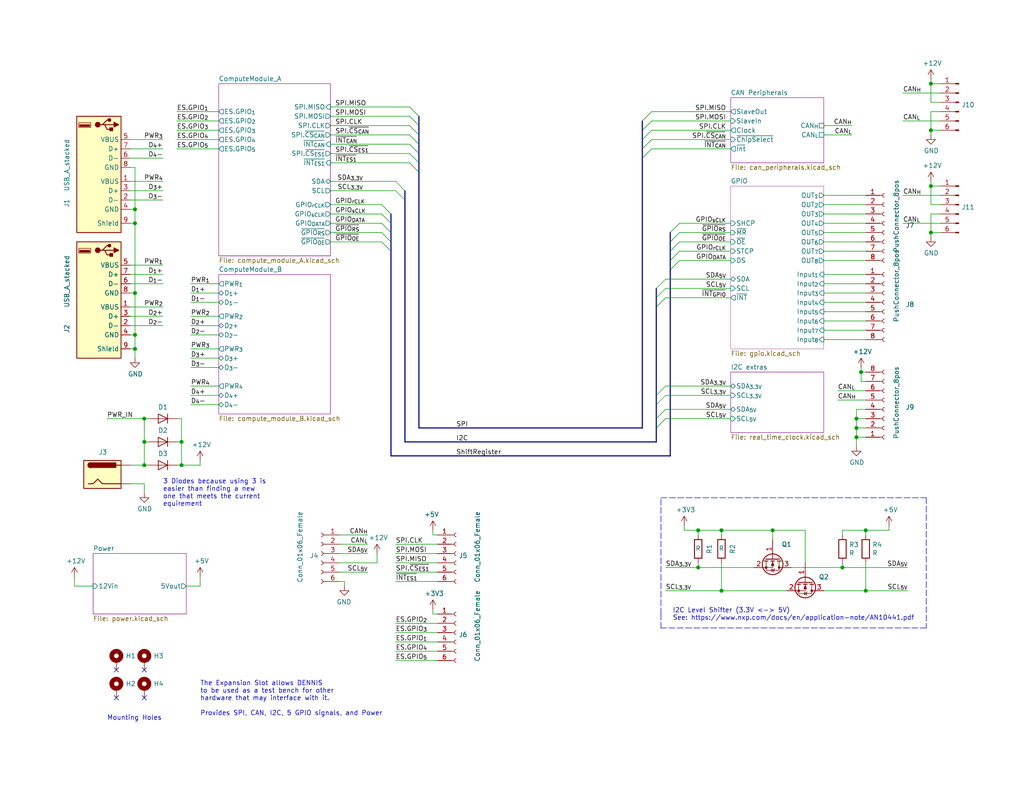
<source format=kicad_sch>
(kicad_sch (version 20201015) (generator eeschema)
  (paper "A")
  (title_block (title "Dennis") (date "2021-02-26") (rev "0.1.2") (company "eCafe Racer"))
  (lib_symbols
    (symbol "Connector:Conn_01x06_Female" (pin_names (offset 1.016) hide)
      (property "Reference" "J" (at 0 7.62 0))
      (property "Value" "Conn_01x06_Female" (at 0 -10.16 0))
      (symbol "Conn_01x06_Female_1_1"
        (pin passive line (at -5.08 5.08 0) (length 3.81) (name "Pin_1") (number "1"))
        (pin passive line (at -5.08 2.54 0) (length 3.81) (name "Pin_2") (number "2"))
        (pin passive line (at -5.08 0 0) (length 3.81) (name "Pin_3") (number "3"))
        (pin passive line (at -5.08 -2.54 0) (length 3.81) (name "Pin_4") (number "4"))
        (pin passive line (at -5.08 -5.08 0) (length 3.81) (name "Pin_5") (number "5"))
        (pin passive line (at -5.08 -7.62 0) (length 3.81) (name "Pin_6") (number "6"))
      )
    )
    (symbol "Connector:Conn_01x06_Male" (pin_names (offset 1.016) hide)
      (property "Reference" "J" (at 0 7.62 0))
      (property "Value" "Conn_01x06_Male" (at 0 -10.16 0))
      (symbol "Conn_01x06_Male_1_1"
        (pin passive line (at 5.08 5.08 180) (length 3.81) (name "Pin_1") (number "1"))
        (pin passive line (at 5.08 2.54 180) (length 3.81) (name "Pin_2") (number "2"))
        (pin passive line (at 5.08 0 180) (length 3.81) (name "Pin_3") (number "3"))
        (pin passive line (at 5.08 -2.54 180) (length 3.81) (name "Pin_4") (number "4"))
        (pin passive line (at 5.08 -5.08 180) (length 3.81) (name "Pin_5") (number "5"))
        (pin passive line (at 5.08 -7.62 180) (length 3.81) (name "Pin_6") (number "6"))
      )
    )
    (symbol "Device:R" (pin_numbers hide) (pin_names (offset 0))
      (property "Reference" "R" (at 2.032 0 90))
      (property "Value" "R" (at 0 0 90))
      (symbol "R_1_1"
        (pin passive line (at 0 3.81 270) (length 1.27) (name "~") (number "1"))
        (pin passive line (at 0 -3.81 90) (length 1.27) (name "~") (number "2"))
      )
    )
    (symbol "Mechanical:MountingHole_Pad" (pin_numbers hide) (pin_names (offset 1.016) hide)
      (property "Reference" "H" (at 0 6.35 0))
      (property "Value" "MountingHole_Pad" (at 0 4.445 0))
      (symbol "MountingHole_Pad_1_1"
        (pin input line (at 0 -2.54 90) (length 2.54) (name "1") (number "1"))
      )
    )
    (symbol "power:+12V" (power) (pin_names (offset 0))
      (property "Value" "+12V" (at 0 3.556 0))
      (symbol "+12V_1_1"
        (pin power_in line (at 0 0 90) (length 0) hide (name "+12V") (number "1"))
      )
    )
    (symbol "power:+3.3V" (power) (pin_names (offset 0))
      (property "Value" "+3.3V" (at 0 3.556 0))
      (symbol "+3.3V_1_1"
        (pin power_in line (at 0 0 90) (length 0) hide (name "+3V3") (number "1"))
      )
    )
    (symbol "power:+5V" (power) (pin_names (offset 0))
      (property "Value" "+5V" (at 0 3.556 0))
      (symbol "+5V_1_1"
        (pin power_in line (at 0 0 90) (length 0) hide (name "+5V") (number "1"))
      )
    )
    (symbol "power:GND" (power) (pin_names (offset 0))
      (property "Value" "GND" (at 0 -3.81 0))
      (symbol "GND_1_1"
        (pin power_in line (at 0 0 270) (length 0) hide (name "GND") (number "1"))
      )
    )
    (symbol "symbols:Barrel_Jack" (pin_numbers hide) (pin_names (offset 1.016) hide)
      (property "Reference" "J" (at 0 5.334 0))
      (property "Value" "Barrel_Jack" (at 0 -5.08 0))
      (symbol "Barrel_Jack_1_1"
        (pin passive line (at 7.62 2.54 180) (length 2.54) (name "~") (number "1"))
        (pin passive line (at 7.62 -2.54 180) (length 2.54) (name "~") (number "2"))
      )
    )
    (symbol "symbols:DMN62D0U-7" (pin_names (offset 1.016) hide)
      (property "Reference" "Q" (at -8.89 17.78 0))
      (property "Value" "DMN62D0U-7" (at -1.27 17.78 0))
      (symbol "DMN62D0U-7_1_1"
        (pin input line (at -7.62 0 0) (length 5.08) (name "G") (number "1"))
        (pin passive line (at 0 -5.08 90) (length 2.54) (name "S") (number "2"))
        (pin passive line (at 0 5.08 270) (length 2.54) (name "D") (number "3"))
      )
    )
    (symbol "symbols:Diode" (pin_numbers hide) (pin_names (offset 0) hide)
      (property "Reference" "D" (at 0 3.81 0))
      (symbol "Diode_1_1"
        (pin passive line (at -3.81 0 0) (length 2.54) (name "K") (number "1"))
        (pin passive line (at 3.81 0 180) (length 2.54) (name "A") (number "2"))
      )
    )
    (symbol "symbols:PushConnector_8pos" (pin_names hide)
      (property "Reference" "J" (at 12.7 13.335 0))
      (property "Value" "PushConnector_8pos" (at -1.27 13.335 0))
      (symbol "PushConnector_8pos_1_1"
        (pin passive line (at -1.27 8.89 0) (length 3.81) (name "Pin_1") (number "1"))
        (pin passive line (at -1.27 6.35 0) (length 3.81) (name "Pin_2") (number "2"))
        (pin passive line (at -1.27 3.81 0) (length 3.81) (name "Pin_3") (number "3"))
        (pin passive line (at -1.27 1.27 0) (length 3.81) (name "Pin_4") (number "4"))
        (pin passive line (at -1.27 -1.27 0) (length 3.81) (name "Pin_5") (number "5"))
        (pin passive line (at -1.27 -3.81 0) (length 3.81) (name "Pin_6") (number "6"))
        (pin passive line (at -1.27 -6.35 0) (length 3.81) (name "Pin_7") (number "7"))
        (pin passive line (at -1.27 -8.89 0) (length 3.81) (name "Pin_8") (number "8"))
      )
    )
    (symbol "symbols:PushConnector_8pos_1" (pin_names hide)
      (property "Reference" "J" (at 12.7 13.335 0))
      (property "Value" "PushConnector_8pos" (at -1.27 13.335 0))
      (symbol "PushConnector_8pos_1_1_1"
        (pin passive line (at -1.27 8.89 0) (length 3.81) (name "Pin_1") (number "1"))
        (pin passive line (at -1.27 6.35 0) (length 3.81) (name "Pin_2") (number "2"))
        (pin passive line (at -1.27 3.81 0) (length 3.81) (name "Pin_3") (number "3"))
        (pin passive line (at -1.27 1.27 0) (length 3.81) (name "Pin_4") (number "4"))
        (pin passive line (at -1.27 -1.27 0) (length 3.81) (name "Pin_5") (number "5"))
        (pin passive line (at -1.27 -3.81 0) (length 3.81) (name "Pin_6") (number "6"))
        (pin passive line (at -1.27 -6.35 0) (length 3.81) (name "Pin_7") (number "7"))
        (pin passive line (at -1.27 -8.89 0) (length 3.81) (name "Pin_8") (number "8"))
      )
    )
    (symbol "symbols:USB_A_stacked"
      (property "Reference" "J" (at -8.89 -11.43 90))
      (property "Value" "USB_A_stacked" (at -8.89 -2.54 90))
      (symbol "USB_A_stacked_1_1"
        (pin power_in line (at 7.62 -2.54 180) (length 2.54) (name "VBUS") (number "1"))
        (pin bidirectional line (at 7.62 -7.62 180) (length 2.54) (name "D-") (number "2"))
        (pin bidirectional line (at 7.62 -5.08 180) (length 2.54) (name "D+") (number "3"))
        (pin power_in line (at 7.62 -10.16 180) (length 2.54) (name "GND") (number "4"))
        (pin passive line (at 7.62 -13.97 180) (length 2.54) (name "Shield") (number "9"))
        (pin power_in line (at 7.62 8.89 180) (length 2.54) (name "VBUS") (number "5"))
        (pin bidirectional line (at 7.62 3.81 180) (length 2.54) (name "D-") (number "6"))
        (pin bidirectional line (at 7.62 6.35 180) (length 2.54) (name "D+") (number "7"))
        (pin power_in line (at 7.62 1.27 180) (length 2.54) (name "GND") (number "8"))
      )
    )
    (symbol "symbols:USB_A_stacked_1"
      (property "Reference" "J" (at -8.89 -11.43 90))
      (property "Value" "USB_A_stacked" (at -8.89 -2.54 90))
      (symbol "USB_A_stacked_1_1_1"
        (pin power_in line (at 7.62 -2.54 180) (length 2.54) (name "VBUS") (number "1"))
        (pin bidirectional line (at 7.62 -7.62 180) (length 2.54) (name "D-") (number "2"))
        (pin bidirectional line (at 7.62 -5.08 180) (length 2.54) (name "D+") (number "3"))
        (pin power_in line (at 7.62 -10.16 180) (length 2.54) (name "GND") (number "4"))
        (pin passive line (at 7.62 -13.97 180) (length 2.54) (name "Shield") (number "9"))
        (pin power_in line (at 7.62 8.89 180) (length 2.54) (name "VBUS") (number "5"))
        (pin bidirectional line (at 7.62 3.81 180) (length 2.54) (name "D-") (number "6"))
        (pin bidirectional line (at 7.62 6.35 180) (length 2.54) (name "D+") (number "7"))
        (pin power_in line (at 7.62 1.27 180) (length 2.54) (name "GND") (number "8"))
      )
    )
  )
  (junction (at 36.83 57.15) (diameter 0.9144))
  (junction (at 36.83 60.96) (diameter 0.9144))
  (junction (at 36.83 80.01) (diameter 0.9144))
  (junction (at 36.83 91.44) (diameter 0.9144))
  (junction (at 36.83 95.25) (diameter 0.9144))
  (junction (at 39.37 114.3) (diameter 0.9144))
  (junction (at 39.37 120.65) (diameter 0.9144))
  (junction (at 39.37 127) (diameter 0.9144))
  (junction (at 49.53 120.65) (diameter 0.9144))
  (junction (at 49.53 127) (diameter 0.9144))
  (junction (at 190.5 144.78) (diameter 0.9144))
  (junction (at 190.5 154.94) (diameter 0.9144))
  (junction (at 196.85 144.78) (diameter 0.9144))
  (junction (at 196.85 161.29) (diameter 0.9144))
  (junction (at 210.82 144.78) (diameter 0.9144))
  (junction (at 229.87 154.94) (diameter 0.9144))
  (junction (at 233.68 114.3) (diameter 0.9144))
  (junction (at 233.68 116.84) (diameter 0.9144))
  (junction (at 233.68 119.38) (diameter 0.914))
  (junction (at 234.95 101.6) (diameter 0.9144))
  (junction (at 236.22 144.78) (diameter 0.9144))
  (junction (at 236.22 161.29) (diameter 0.9144))
  (junction (at 254 22.86) (diameter 0.9144))
  (junction (at 254 35.56) (diameter 0.9144))
  (junction (at 254 50.8) (diameter 0.9144))
  (junction (at 254 63.5) (diameter 0.9144))
  (no_connect (at 39.37 190.5))
  (no_connect (at 39.37 182.88))
  (no_connect (at 31.75 182.88))
  (no_connect (at 31.75 190.5))
  (bus_entry (at 104.14 55.88) (size 2.54 2.54) (stroke (width 0.1524)))
  (bus_entry (at 104.14 58.42) (size 2.54 2.54) (stroke (width 0.1524)))
  (bus_entry (at 104.14 60.96) (size 2.54 2.54) (stroke (width 0.1524)))
  (bus_entry (at 104.14 63.5) (size 2.54 2.54) (stroke (width 0.1524)))
  (bus_entry (at 104.14 66.04) (size 2.54 2.54) (stroke (width 0.1524)))
  (bus_entry (at 107.95 49.53) (size 2.54 2.54) (stroke (width 0.127)))
  (bus_entry (at 107.95 52.07) (size 2.54 2.54) (stroke (width 0.127)))
  (bus_entry (at 111.76 41.91) (size 2.54 2.54) (stroke (width 0.1524)))
  (bus_entry (at 111.76 44.45) (size 2.54 2.54) (stroke (width 0.1524)))
  (bus_entry (at 114.3 31.75) (size -2.54 -2.54) (stroke (width 0.1524)))
  (bus_entry (at 114.3 34.29) (size -2.54 -2.54) (stroke (width 0.1524)))
  (bus_entry (at 114.3 36.83) (size -2.54 -2.54) (stroke (width 0.1524)))
  (bus_entry (at 114.3 39.37) (size -2.54 -2.54) (stroke (width 0.1524)))
  (bus_entry (at 114.3 41.91) (size -2.54 -2.54) (stroke (width 0.1524)))
  (bus_entry (at 175.26 33.02) (size 2.54 -2.54) (stroke (width 0.1524)))
  (bus_entry (at 175.26 35.56) (size 2.54 -2.54) (stroke (width 0.1524)))
  (bus_entry (at 175.26 38.1) (size 2.54 -2.54) (stroke (width 0.1524)))
  (bus_entry (at 175.26 40.64) (size 2.54 -2.54) (stroke (width 0.1524)))
  (bus_entry (at 175.26 43.18) (size 2.54 -2.54) (stroke (width 0.1524)))
  (bus_entry (at 179.07 83.82) (size 2.54 -2.54) (stroke (width 0.1524)))
  (bus_entry (at 179.07 114.3) (size 2.54 -2.54) (stroke (width 0.1524)))
  (bus_entry (at 179.07 116.84) (size 2.54 -2.54) (stroke (width 0.1524)))
  (bus_entry (at 181.61 76.2) (size -2.54 2.54) (stroke (width 0.127)))
  (bus_entry (at 181.61 78.74) (size -2.54 2.54) (stroke (width 0.127)))
  (bus_entry (at 181.61 105.41) (size -2.54 2.54) (stroke (width 0.127)))
  (bus_entry (at 181.61 107.95) (size -2.54 2.54) (stroke (width 0.127)))
  (bus_entry (at 185.42 60.96) (size -2.54 2.54) (stroke (width 0.1524)))
  (bus_entry (at 185.42 63.5) (size -2.54 2.54) (stroke (width 0.1524)))
  (bus_entry (at 185.42 66.04) (size -2.54 2.54) (stroke (width 0.1524)))
  (bus_entry (at 185.42 68.58) (size -2.54 2.54) (stroke (width 0.1524)))
  (bus_entry (at 185.42 71.12) (size -2.54 2.54) (stroke (width 0.1524)))
  (wire (pts (xy 20.32 157.48) (xy 20.32 160.02)))
  (wire (pts (xy 20.32 160.02) (xy 25.4 160.02)))
  (wire (pts (xy 29.21 114.3) (xy 39.37 114.3)))
  (wire (pts (xy 35.56 38.1) (xy 44.45 38.1)))
  (wire (pts (xy 35.56 40.64) (xy 44.45 40.64)))
  (wire (pts (xy 35.56 43.18) (xy 44.45 43.18)))
  (wire (pts (xy 35.56 45.72) (xy 36.83 45.72)))
  (wire (pts (xy 35.56 49.53) (xy 44.45 49.53)))
  (wire (pts (xy 35.56 52.07) (xy 44.45 52.07)))
  (wire (pts (xy 35.56 54.61) (xy 44.45 54.61)))
  (wire (pts (xy 35.56 57.15) (xy 36.83 57.15)))
  (wire (pts (xy 35.56 60.96) (xy 36.83 60.96)))
  (wire (pts (xy 35.56 72.39) (xy 44.45 72.39)))
  (wire (pts (xy 35.56 74.93) (xy 44.45 74.93)))
  (wire (pts (xy 35.56 77.47) (xy 44.45 77.47)))
  (wire (pts (xy 35.56 80.01) (xy 36.83 80.01)))
  (wire (pts (xy 35.56 83.82) (xy 44.45 83.82)))
  (wire (pts (xy 35.56 86.36) (xy 44.45 86.36)))
  (wire (pts (xy 35.56 88.9) (xy 44.45 88.9)))
  (wire (pts (xy 35.56 91.44) (xy 36.83 91.44)))
  (wire (pts (xy 35.56 95.25) (xy 36.83 95.25)))
  (wire (pts (xy 35.56 127) (xy 39.37 127)))
  (wire (pts (xy 35.56 132.08) (xy 39.37 132.08)))
  (wire (pts (xy 36.83 45.72) (xy 36.83 57.15)))
  (wire (pts (xy 36.83 57.15) (xy 36.83 60.96)))
  (wire (pts (xy 36.83 60.96) (xy 36.83 80.01)))
  (wire (pts (xy 36.83 80.01) (xy 36.83 91.44)))
  (wire (pts (xy 36.83 91.44) (xy 36.83 95.25)))
  (wire (pts (xy 36.83 95.25) (xy 36.83 97.79)))
  (wire (pts (xy 39.37 114.3) (xy 40.64 114.3)))
  (wire (pts (xy 39.37 120.65) (xy 39.37 114.3)))
  (wire (pts (xy 39.37 120.65) (xy 40.64 120.65)))
  (wire (pts (xy 39.37 127) (xy 39.37 120.65)))
  (wire (pts (xy 39.37 132.08) (xy 39.37 134.62)))
  (wire (pts (xy 40.64 127) (xy 39.37 127)))
  (wire (pts (xy 48.26 30.48) (xy 59.69 30.48)))
  (wire (pts (xy 48.26 33.02) (xy 59.69 33.02)))
  (wire (pts (xy 48.26 35.56) (xy 59.69 35.56)))
  (wire (pts (xy 48.26 38.1) (xy 59.69 38.1)))
  (wire (pts (xy 48.26 40.64) (xy 59.69 40.64)))
  (wire (pts (xy 48.26 114.3) (xy 49.53 114.3)))
  (wire (pts (xy 48.26 120.65) (xy 49.53 120.65)))
  (wire (pts (xy 48.26 127) (xy 49.53 127)))
  (wire (pts (xy 49.53 114.3) (xy 49.53 120.65)))
  (wire (pts (xy 49.53 120.65) (xy 49.53 127)))
  (wire (pts (xy 49.53 127) (xy 54.61 127)))
  (wire (pts (xy 50.8 160.02) (xy 54.61 160.02)))
  (wire (pts (xy 52.07 107.95) (xy 59.69 107.95)))
  (wire (pts (xy 54.61 125.73) (xy 54.61 127)))
  (wire (pts (xy 54.61 157.48) (xy 54.61 160.02)))
  (wire (pts (xy 59.69 77.47) (xy 52.07 77.47)))
  (wire (pts (xy 59.69 80.01) (xy 52.07 80.01)))
  (wire (pts (xy 59.69 82.55) (xy 52.07 82.55)))
  (wire (pts (xy 59.69 86.36) (xy 52.07 86.36)))
  (wire (pts (xy 59.69 88.9) (xy 52.07 88.9)))
  (wire (pts (xy 59.69 91.44) (xy 52.07 91.44)))
  (wire (pts (xy 59.69 95.25) (xy 52.07 95.25)))
  (wire (pts (xy 59.69 97.79) (xy 52.07 97.79)))
  (wire (pts (xy 59.69 100.33) (xy 52.07 100.33)))
  (wire (pts (xy 59.69 105.41) (xy 52.07 105.41)))
  (wire (pts (xy 59.69 110.49) (xy 52.07 110.49)))
  (wire (pts (xy 90.17 41.91) (xy 111.76 41.91)))
  (wire (pts (xy 90.17 44.45) (xy 111.76 44.45)))
  (wire (pts (xy 90.17 55.88) (xy 104.14 55.88)))
  (wire (pts (xy 90.17 58.42) (xy 104.14 58.42)))
  (wire (pts (xy 90.17 60.96) (xy 104.14 60.96)))
  (wire (pts (xy 90.17 63.5) (xy 104.14 63.5)))
  (wire (pts (xy 90.17 66.04) (xy 104.14 66.04)))
  (wire (pts (xy 92.71 146.05) (xy 100.33 146.05)))
  (wire (pts (xy 92.71 153.67) (xy 102.87 153.67)))
  (wire (pts (xy 93.98 158.75) (xy 92.71 158.75)))
  (wire (pts (xy 93.98 160.02) (xy 93.98 158.75)))
  (wire (pts (xy 100.33 148.59) (xy 92.71 148.59)))
  (wire (pts (xy 100.33 151.13) (xy 92.71 151.13)))
  (wire (pts (xy 100.33 156.21) (xy 92.71 156.21)))
  (wire (pts (xy 102.87 153.67) (xy 102.87 151.13)))
  (wire (pts (xy 107.95 49.53) (xy 90.17 49.53)))
  (wire (pts (xy 107.95 52.07) (xy 90.17 52.07)))
  (wire (pts (xy 107.95 148.59) (xy 119.38 148.59)))
  (wire (pts (xy 107.95 151.13) (xy 119.38 151.13)))
  (wire (pts (xy 107.95 153.67) (xy 119.38 153.67)))
  (wire (pts (xy 107.95 156.21) (xy 119.38 156.21)))
  (wire (pts (xy 107.95 158.75) (xy 119.38 158.75)))
  (wire (pts (xy 107.95 170.18) (xy 119.38 170.18)))
  (wire (pts (xy 107.95 172.72) (xy 119.38 172.72)))
  (wire (pts (xy 107.95 175.26) (xy 119.38 175.26)))
  (wire (pts (xy 107.95 177.8) (xy 119.38 177.8)))
  (wire (pts (xy 107.95 180.34) (xy 119.38 180.34)))
  (wire (pts (xy 111.76 29.21) (xy 90.17 29.21)))
  (wire (pts (xy 111.76 31.75) (xy 90.17 31.75)))
  (wire (pts (xy 111.76 34.29) (xy 90.17 34.29)))
  (wire (pts (xy 111.76 36.83) (xy 90.17 36.83)))
  (wire (pts (xy 111.76 39.37) (xy 90.17 39.37)))
  (wire (pts (xy 118.11 144.78) (xy 118.11 146.05)))
  (wire (pts (xy 118.11 146.05) (xy 119.38 146.05)))
  (wire (pts (xy 118.11 166.37) (xy 118.11 167.64)))
  (wire (pts (xy 118.11 167.64) (xy 119.38 167.64)))
  (wire (pts (xy 177.8 30.48) (xy 199.39 30.48)))
  (wire (pts (xy 177.8 33.02) (xy 199.39 33.02)))
  (wire (pts (xy 177.8 35.56) (xy 199.39 35.56)))
  (wire (pts (xy 177.8 38.1) (xy 199.39 38.1)))
  (wire (pts (xy 177.8 40.64) (xy 199.39 40.64)))
  (wire (pts (xy 181.61 76.2) (xy 199.39 76.2)))
  (wire (pts (xy 181.61 78.74) (xy 199.39 78.74)))
  (wire (pts (xy 181.61 81.28) (xy 199.39 81.28)))
  (wire (pts (xy 181.61 105.41) (xy 199.39 105.41)))
  (wire (pts (xy 181.61 107.95) (xy 199.39 107.95)))
  (wire (pts (xy 181.61 111.76) (xy 199.39 111.76)))
  (wire (pts (xy 181.61 114.3) (xy 199.39 114.3)))
  (wire (pts (xy 181.61 154.94) (xy 190.5 154.94)))
  (wire (pts (xy 181.61 161.29) (xy 196.85 161.29)))
  (wire (pts (xy 186.69 143.51) (xy 186.69 144.78)))
  (wire (pts (xy 186.69 144.78) (xy 190.5 144.78)))
  (wire (pts (xy 190.5 144.78) (xy 190.5 146.05)))
  (wire (pts (xy 190.5 144.78) (xy 196.85 144.78)))
  (wire (pts (xy 190.5 153.67) (xy 190.5 154.94)))
  (wire (pts (xy 190.5 154.94) (xy 205.74 154.94)))
  (wire (pts (xy 196.85 144.78) (xy 196.85 146.05)))
  (wire (pts (xy 196.85 144.78) (xy 210.82 144.78)))
  (wire (pts (xy 196.85 153.67) (xy 196.85 161.29)))
  (wire (pts (xy 196.85 161.29) (xy 214.63 161.29)))
  (wire (pts (xy 199.39 60.96) (xy 185.42 60.96)))
  (wire (pts (xy 199.39 63.5) (xy 185.42 63.5)))
  (wire (pts (xy 199.39 66.04) (xy 185.42 66.04)))
  (wire (pts (xy 199.39 68.58) (xy 185.42 68.58)))
  (wire (pts (xy 199.39 71.12) (xy 185.42 71.12)))
  (wire (pts (xy 210.82 147.32) (xy 210.82 144.78)))
  (wire (pts (xy 215.9 154.94) (xy 229.87 154.94)))
  (wire (pts (xy 219.71 144.78) (xy 210.82 144.78)))
  (wire (pts (xy 219.71 153.67) (xy 219.71 144.78)))
  (wire (pts (xy 224.79 36.83) (xy 232.41 36.83)))
  (wire (pts (xy 224.79 53.34) (xy 236.22 53.34)))
  (wire (pts (xy 224.79 55.88) (xy 236.22 55.88)))
  (wire (pts (xy 224.79 58.42) (xy 236.22 58.42)))
  (wire (pts (xy 224.79 60.96) (xy 236.22 60.96)))
  (wire (pts (xy 224.79 63.5) (xy 236.22 63.5)))
  (wire (pts (xy 224.79 66.04) (xy 236.22 66.04)))
  (wire (pts (xy 224.79 68.58) (xy 236.22 68.58)))
  (wire (pts (xy 224.79 71.12) (xy 236.22 71.12)))
  (wire (pts (xy 224.79 74.93) (xy 236.22 74.93)))
  (wire (pts (xy 224.79 77.47) (xy 236.22 77.47)))
  (wire (pts (xy 224.79 80.01) (xy 236.22 80.01)))
  (wire (pts (xy 224.79 82.55) (xy 236.22 82.55)))
  (wire (pts (xy 224.79 85.09) (xy 236.22 85.09)))
  (wire (pts (xy 224.79 87.63) (xy 236.22 87.63)))
  (wire (pts (xy 224.79 90.17) (xy 236.22 90.17)))
  (wire (pts (xy 224.79 92.71) (xy 236.22 92.71)))
  (wire (pts (xy 224.79 161.29) (xy 236.22 161.29)))
  (wire (pts (xy 229.87 144.78) (xy 236.22 144.78)))
  (wire (pts (xy 229.87 146.05) (xy 229.87 144.78)))
  (wire (pts (xy 229.87 153.67) (xy 229.87 154.94)))
  (wire (pts (xy 229.87 154.94) (xy 247.65 154.94)))
  (wire (pts (xy 232.41 34.29) (xy 224.79 34.29)))
  (wire (pts (xy 233.68 111.76) (xy 233.68 114.3)))
  (wire (pts (xy 233.68 111.76) (xy 236.22 111.76)))
  (wire (pts (xy 233.68 114.3) (xy 233.68 116.84)))
  (wire (pts (xy 233.68 114.3) (xy 236.22 114.3)))
  (wire (pts (xy 233.68 116.84) (xy 233.68 119.38)))
  (wire (pts (xy 233.68 116.84) (xy 236.22 116.84)))
  (wire (pts (xy 233.68 119.38) (xy 233.68 121.92)))
  (wire (pts (xy 233.68 119.38) (xy 236.22 119.38)))
  (wire (pts (xy 234.95 100.33) (xy 234.95 101.6)))
  (wire (pts (xy 234.95 101.6) (xy 234.95 104.14)))
  (wire (pts (xy 234.95 101.6) (xy 236.22 101.6)))
  (wire (pts (xy 234.95 104.14) (xy 236.22 104.14)))
  (wire (pts (xy 236.22 106.68) (xy 228.6 106.68)))
  (wire (pts (xy 236.22 109.22) (xy 228.6 109.22)))
  (wire (pts (xy 236.22 144.78) (xy 236.22 146.05)))
  (wire (pts (xy 236.22 144.78) (xy 242.57 144.78)))
  (wire (pts (xy 236.22 153.67) (xy 236.22 161.29)))
  (wire (pts (xy 236.22 161.29) (xy 247.65 161.29)))
  (wire (pts (xy 242.57 143.51) (xy 242.57 144.78)))
  (wire (pts (xy 246.38 25.4) (xy 256.54 25.4)))
  (wire (pts (xy 246.38 33.02) (xy 256.54 33.02)))
  (wire (pts (xy 246.38 53.34) (xy 256.54 53.34)))
  (wire (pts (xy 246.38 60.96) (xy 256.54 60.96)))
  (wire (pts (xy 254 21.59) (xy 254 22.86)))
  (wire (pts (xy 254 27.94) (xy 254 22.86)))
  (wire (pts (xy 254 30.48) (xy 254 35.56)))
  (wire (pts (xy 254 35.56) (xy 254 36.83)))
  (wire (pts (xy 254 35.56) (xy 256.54 35.56)))
  (wire (pts (xy 254 49.53) (xy 254 50.8)))
  (wire (pts (xy 254 55.88) (xy 254 50.8)))
  (wire (pts (xy 254 58.42) (xy 254 63.5)))
  (wire (pts (xy 254 63.5) (xy 254 64.77)))
  (wire (pts (xy 254 63.5) (xy 256.54 63.5)))
  (wire (pts (xy 256.54 22.86) (xy 254 22.86)))
  (wire (pts (xy 256.54 27.94) (xy 254 27.94)))
  (wire (pts (xy 256.54 30.48) (xy 254 30.48)))
  (wire (pts (xy 256.54 50.8) (xy 254 50.8)))
  (wire (pts (xy 256.54 55.88) (xy 254 55.88)))
  (wire (pts (xy 256.54 58.42) (xy 254 58.42)))
  (bus (pts (xy 106.68 58.42) (xy 106.68 60.96)))
  (bus (pts (xy 106.68 60.96) (xy 106.68 63.5)))
  (bus (pts (xy 106.68 63.5) (xy 106.68 66.04)))
  (bus (pts (xy 106.68 66.04) (xy 106.68 68.58)))
  (bus (pts (xy 106.68 68.58) (xy 106.68 124.46)))
  (bus (pts (xy 106.68 124.46) (xy 182.88 124.46)))
  (bus (pts (xy 110.49 52.07) (xy 110.49 54.61)))
  (bus (pts (xy 110.49 54.61) (xy 110.49 120.65)))
  (bus (pts (xy 110.49 120.65) (xy 179.07 120.65)))
  (bus (pts (xy 114.3 31.75) (xy 114.3 34.29)))
  (bus (pts (xy 114.3 34.29) (xy 114.3 36.83)))
  (bus (pts (xy 114.3 36.83) (xy 114.3 39.37)))
  (bus (pts (xy 114.3 39.37) (xy 114.3 41.91)))
  (bus (pts (xy 114.3 41.91) (xy 114.3 44.45)))
  (bus (pts (xy 114.3 44.45) (xy 114.3 46.99)))
  (bus (pts (xy 114.3 46.99) (xy 114.3 116.84)))
  (bus (pts (xy 114.3 116.84) (xy 175.26 116.84)))
  (bus (pts (xy 175.26 33.02) (xy 175.26 35.56)))
  (bus (pts (xy 175.26 35.56) (xy 175.26 38.1)))
  (bus (pts (xy 175.26 38.1) (xy 175.26 40.64)))
  (bus (pts (xy 175.26 40.64) (xy 175.26 43.18)))
  (bus (pts (xy 175.26 43.18) (xy 175.26 116.84)))
  (bus (pts (xy 179.07 78.74) (xy 179.07 81.28)))
  (bus (pts (xy 179.07 81.28) (xy 179.07 83.82)))
  (bus (pts (xy 179.07 83.82) (xy 179.07 107.95)))
  (bus (pts (xy 179.07 107.95) (xy 179.07 110.49)))
  (bus (pts (xy 179.07 110.49) (xy 179.07 114.3)))
  (bus (pts (xy 179.07 114.3) (xy 179.07 116.84)))
  (bus (pts (xy 179.07 116.84) (xy 179.07 120.65)))
  (bus (pts (xy 182.88 63.5) (xy 182.88 66.04)))
  (bus (pts (xy 182.88 66.04) (xy 182.88 68.58)))
  (bus (pts (xy 182.88 68.58) (xy 182.88 71.12)))
  (bus (pts (xy 182.88 71.12) (xy 182.88 73.66)))
  (bus (pts (xy 182.88 73.66) (xy 182.88 124.46)))
  (polyline (pts (xy 180.34 135.89) (xy 252.73 135.89)) (stroke (width 0) (type dash)))
  (polyline (pts (xy 180.34 167.64) (xy 180.34 135.89)) (stroke (width 0) (type dash)))
  (polyline (pts (xy 180.34 167.64) (xy 180.34 171.45)) (stroke (width 0) (type dash)))
  (polyline (pts (xy 252.73 135.89) (xy 252.73 171.45)) (stroke (width 0) (type dash)))
  (polyline (pts (xy 252.73 171.45) (xy 180.34 171.45)) (stroke (width 0) (type dash)))
  (text "Mounting Holes" (at 29.21 196.85 0) (effects (font (size 1.27 1.27)) (justify left bottom)))
  (text "3 Diodes because using 3 is\neasier than finding a new\none that meets the current \nequirement" (at 44.45 138.43 0) (effects (font (size 1.27 1.27)) (justify left bottom)))
  (text "The Expansion Slot allows DENNIS\nto be used as a test bench for other\nhardware that may interface with it.\n\nProvides SPI, CAN, I2C, 5 GPIO signals, and Power" (at 54.61 195.58 0) (effects (font (size 1.27 1.27)) (justify left bottom)))
  (text "I2C Level Shifter (3.3V <-> 5V)\nSee: https://www.nxp.com/docs/en/application-note/AN10441.pdf" (at 183.515 169.545 0) (effects (font (size 1.27 1.27)) (justify left bottom)))
  (label "PWR_IN" (at 29.21 114.3 0))
  (label "PWR_{3}" (at 44.45 38.1 180))
  (label "D_{4}+" (at 44.45 40.64 180))
  (label "D_{4}-" (at 44.45 43.18 180))
  (label "PWR_{4}" (at 44.45 49.53 180))
  (label "D_{3}+" (at 44.45 52.07 180))
  (label "D_{3}-" (at 44.45 54.61 180))
  (label "PWR_{1}" (at 44.45 72.39 180))
  (label "D_{1}+" (at 44.45 74.93 180))
  (label "D_{1}-" (at 44.45 77.47 180))
  (label "PWR_{2}" (at 44.45 83.82 180))
  (label "D_{2}+" (at 44.45 86.36 180))
  (label "D_{2}-" (at 44.45 88.9 180))
  (label "ES.GPIO_{1}" (at 48.26 30.48 0))
  (label "ES.GPIO_{2}" (at 48.26 33.02 0))
  (label "ES.GPIO_{3}" (at 48.26 35.56 0))
  (label "ES.GPIO_{4}" (at 48.26 38.1 0))
  (label "ES.GPIO_{5}" (at 48.26 40.64 0))
  (label "PWR_{1}" (at 52.07 77.47 0))
  (label "D_{1}+" (at 52.07 80.01 0))
  (label "D_{1}-" (at 52.07 82.55 0))
  (label "PWR_{2}" (at 52.07 86.36 0))
  (label "D_{2}+" (at 52.07 88.9 0))
  (label "D_{2}-" (at 52.07 91.44 0))
  (label "PWR_{3}" (at 52.07 95.25 0))
  (label "D_{3}+" (at 52.07 97.79 0))
  (label "D_{3}-" (at 52.07 100.33 0))
  (label "PWR_{4}" (at 52.07 105.41 0))
  (label "D_{4}+" (at 52.07 107.95 0))
  (label "D_{4}-" (at 52.07 110.49 0))
  (label "SPI.MISO" (at 91.44 29.21 0))
  (label "SPI.MOSI" (at 91.44 31.75 0))
  (label "SPI.CLK" (at 91.44 34.29 0))
  (label "SPI.~CS_{CAN}" (at 91.44 36.83 0))
  (label "~INT_{CAN}" (at 91.44 39.37 0))
  (label "SPI.~CS_{ES1}" (at 91.44 41.91 0))
  (label "~INT_{ES1}" (at 91.44 44.45 0))
  (label "GPIO_{rCLK}" (at 91.44 55.88 0))
  (label "GPIO_{sCLK}" (at 91.44 58.42 0))
  (label "GPIO_{DATA}" (at 91.44 60.96 0))
  (label "~GPIO_{RS}" (at 91.44 63.5 0))
  (label "~GPIO_{OE}" (at 91.44 66.04 0))
  (label "SDA_{3.3V}" (at 99.06 49.53 180))
  (label "SCL_{3.3V}" (at 99.06 52.07 180))
  (label "CAN_{H}" (at 100.33 146.05 180))
  (label "CAN_{L}" (at 100.33 148.59 180))
  (label "SDA_{5V}" (at 100.33 151.13 180))
  (label "SCL_{5V}" (at 100.33 156.21 180))
  (label "SPI.CLK" (at 107.95 148.59 0))
  (label "SPI.MOSI" (at 107.95 151.13 0))
  (label "SPI.MISO" (at 107.95 153.67 0))
  (label "SPI.~CS_{ES1}" (at 107.95 156.21 0))
  (label "~INT_{ES1}" (at 107.95 158.75 0))
  (label "ES.GPIO_{2}" (at 107.95 170.18 0))
  (label "ES.GPIO_{3}" (at 107.95 172.72 0))
  (label "ES.GPIO_{1}" (at 107.95 175.26 0))
  (label "ES.GPIO_{4}" (at 107.95 177.8 0))
  (label "ES.GPIO_{5}" (at 107.95 180.34 0))
  (label "SPI" (at 124.46 116.84 0))
  (label "I2C" (at 124.46 120.65 0))
  (label "ShiftRegister" (at 124.46 124.46 0))
  (label "SDA_{3.3V}" (at 181.61 154.94 0))
  (label "SCL_{3.3V}" (at 181.61 161.29 0))
  (label "SPI.MISO" (at 198.12 30.48 180))
  (label "SPI.MOSI" (at 198.12 33.02 180))
  (label "SPI.CLK" (at 198.12 35.56 180))
  (label "SPI.~CS_{CAN}" (at 198.12 38.1 180))
  (label "~INT_{CAN}" (at 198.12 40.64 180))
  (label "GPIO_{sCLK}" (at 198.12 60.96 180))
  (label "~GPIO_{RS}" (at 198.12 63.5 180))
  (label "~GPIO_{OE}" (at 198.12 66.04 180))
  (label "GPIO_{rCLK}" (at 198.12 68.58 180))
  (label "GPIO_{DATA}" (at 198.12 71.12 180))
  (label "SDA_{5V}" (at 198.12 76.2 180))
  (label "SCL_{5V}" (at 198.12 78.74 180))
  (label "~INT_{GPIO}" (at 198.12 81.28 180))
  (label "SDA_{3.3V}" (at 198.12 105.41 180))
  (label "SCL_{3.3V}" (at 198.12 107.95 180))
  (label "SDA_{5V}" (at 198.12 111.76 180))
  (label "SCL_{5V}" (at 198.12 114.3 180))
  (label "CAN_{L}" (at 228.6 106.68 0))
  (label "CAN_{H}" (at 228.6 109.22 0))
  (label "CAN_{H}" (at 232.41 34.29 180))
  (label "CAN_{L}" (at 232.41 36.83 180))
  (label "CAN_{H}" (at 246.38 25.4 0))
  (label "CAN_{L}" (at 246.38 33.02 0))
  (label "CAN_{H}" (at 246.38 53.34 0))
  (label "CAN_{L}" (at 246.38 60.96 0))
  (label "SDA_{5V}" (at 247.65 154.94 180))
  (label "SCL_{5V}" (at 247.65 161.29 180))
  (symbol (lib_id "power:+12V") (at 20.32 157.48 0) (unit 1)
    (property "Reference" "#PWR0105" (effects hide))
    (property "Value" "+12V" (at 20.6883 153.1556 0))
  )
  (symbol (lib_id "power:+12V") (at 54.61 125.73 0) (unit 1)
    (property "Reference" "#PWR0102" (effects hide))
    (property "Value" "+12V" (at 54.9783 121.4056 0))
  )
  (symbol (lib_id "power:+5V") (at 54.61 157.48 0) (unit 1)
    (property "Reference" "#PWR0106" (effects hide))
    (property "Value" "+5V" (at 54.9783 153.1556 0))
  )
  (symbol (lib_id "power:+12V") (at 102.87 151.13 0) (unit 1)
    (property "Reference" "#PWR0108" (effects hide))
    (property "Value" "+12V" (at 103.2383 146.8056 0))
  )
  (symbol (lib_id "power:+5V") (at 118.11 144.78 0) (mirror y) (unit 1)
    (property "Reference" "#PWR0112" (effects hide))
    (property "Value" "+5V" (at 117.7417 140.4556 0))
  )
  (symbol (lib_id "power:+3.3V") (at 118.11 166.37 0) (unit 1)
    (property "Reference" "#PWR0113" (effects hide))
    (property "Value" "+3.3V" (at 118.4783 162.0456 0))
  )
  (symbol (lib_id "power:+3.3V") (at 186.69 143.51 0) (unit 1)
    (property "Reference" "#PWR0109" (effects hide))
    (property "Value" "+3.3V" (at 187.0583 139.1856 0))
  )
  (symbol (lib_id "power:+12V") (at 234.95 100.33 0) (unit 1)
    (property "Reference" "#PWR0114" (effects hide))
    (property "Value" "+12V" (at 235.3183 96.0056 0))
  )
  (symbol (lib_id "power:+5V") (at 242.57 143.51 0) (unit 1)
    (property "Reference" "#PWR0111" (effects hide))
    (property "Value" "+5V" (at 242.9383 139.1856 0))
  )
  (symbol (lib_id "power:+12V") (at 254 21.59 0) (unit 1)
    (property "Reference" "#PWR0116" (effects hide))
    (property "Value" "+12V" (at 254.3683 17.2656 0))
  )
  (symbol (lib_id "power:+12V") (at 254 49.53 0) (unit 1)
    (property "Reference" "#PWR0118" (effects hide))
    (property "Value" "+12V" (at 254.3683 45.2056 0))
  )
  (symbol (lib_id "power:GND") (at 36.83 97.79 0) (unit 1)
    (property "Reference" "#PWR0101" (effects hide))
    (property "Value" "GND" (at 36.9443 102.1144 0))
  )
  (symbol (lib_id "power:GND") (at 39.37 134.62 0) (unit 1)
    (property "Reference" "#PWR0103" (effects hide))
    (property "Value" "GND" (at 39.4843 138.9444 0))
  )
  (symbol (lib_id "power:GND") (at 93.98 160.02 0) (mirror y) (unit 1)
    (property "Reference" "#PWR0107" (effects hide))
    (property "Value" "GND" (at 93.8657 164.3444 0))
  )
  (symbol (lib_id "power:GND") (at 233.68 121.92 0) (unit 1)
    (property "Reference" "#PWR0110" (effects hide))
    (property "Value" "GND" (at 233.7943 126.2444 0))
  )
  (symbol (lib_id "power:GND") (at 254 36.83 0) (unit 1)
    (property "Reference" "#PWR0117" (effects hide))
    (property "Value" "GND" (at 254.1143 41.1544 0))
  )
  (symbol (lib_id "power:GND") (at 254 64.77 0) (unit 1)
    (property "Reference" "#PWR0115" (effects hide))
    (property "Value" "GND" (at 254.1143 69.0944 0))
  )
  (symbol (lib_id "Device:R") (at 190.5 149.86 0) (unit 1)
    (property "Reference" "R1" (at 193.5481 151.2506 90) (effects (justify left)))
    (property "Value" "R" (at 189.7381 149.7393 0) (effects (justify left)))
    (property "Footprint" "Resistor_SMD:R_0805_2012Metric" (effects hide))
  )
  (symbol (lib_id "Device:R") (at 196.85 149.86 0) (unit 1)
    (property "Reference" "R2" (at 199.8981 151.2506 90) (effects (justify left)))
    (property "Value" "R" (at 196.0881 149.7393 0) (effects (justify left)))
    (property "Footprint" "Resistor_SMD:R_0805_2012Metric" (effects hide))
  )
  (symbol (lib_id "Device:R") (at 229.87 149.86 0) (unit 1)
    (property "Reference" "R3" (at 231.6481 148.7106 0) (effects (justify left)))
    (property "Value" "R" (at 231.6481 151.0093 0) (effects (justify left)))
    (property "Footprint" "Resistor_SMD:R_0805_2012Metric" (effects hide))
  )
  (symbol (lib_id "Device:R") (at 236.22 149.86 0) (unit 1)
    (property "Reference" "R4" (at 237.9981 148.7106 0) (effects (justify left)))
    (property "Value" "R" (at 237.9981 151.0093 0) (effects (justify left)))
    (property "Footprint" "Resistor_SMD:R_0805_2012Metric" (effects hide))
  )
  (symbol (lib_id "symbols:Diode") (at 44.45 114.3 180) (unit 1)
    (property "Reference" "D1" (at 44.45 111.144 0))
    (property "Value" "Diode" (effects hide))
    (property "Footprint" "Diode_SMD:D_SOD-123F" (effects hide))
    (property "Datasheet" "https://www.onsemi.com/pub/Collateral/NHP220SF-D.PDF" (effects hide))
    (property "Manufacturer" "ON Semiconductor" (effects hide))
    (property "Manufacturer Part" "NHP220SFT3G" (effects hide))
    (property "Vendor" "Digikey" (effects hide))
    (property "Vendor Part" "NHP220SFT3GOSCT-ND" (effects hide))
  )
  (symbol (lib_id "symbols:Diode") (at 44.45 120.65 180) (unit 1)
    (property "Reference" "D2" (at 44.45 117.494 0))
    (property "Value" "Diode" (effects hide))
    (property "Footprint" "Diode_SMD:D_SOD-123F" (effects hide))
    (property "Datasheet" "https://www.onsemi.com/pub/Collateral/NHP220SF-D.PDF" (effects hide))
    (property "Manufacturer" "ON Semiconductor" (effects hide))
    (property "Manufacturer Part" "NHP220SFT3G" (effects hide))
    (property "Vendor" "Digikey" (effects hide))
    (property "Vendor Part" "NHP220SFT3GOSCT-ND" (effects hide))
  )
  (symbol (lib_id "symbols:Diode") (at 44.45 127 180) (unit 1)
    (property "Reference" "D3" (at 44.45 123.844 0))
    (property "Value" "Diode" (effects hide))
    (property "Footprint" "Diode_SMD:D_SOD-123F" (effects hide))
    (property "Datasheet" "https://www.onsemi.com/pub/Collateral/NHP220SF-D.PDF" (effects hide))
    (property "Manufacturer" "ON Semiconductor" (effects hide))
    (property "Manufacturer Part" "NHP220SFT3G" (effects hide))
    (property "Vendor" "Digikey" (effects hide))
    (property "Vendor Part" "NHP220SFT3GOSCT-ND" (effects hide))
  )
  (symbol (lib_id "Mechanical:MountingHole_Pad") (at 31.75 180.34 0) (unit 1)
    (property "Reference" "H1" (at 34.2901 179.0636 0) (effects (justify left)))
    (property "Value" "MountingHole_Pad" (effects hide))
    (property "Footprint" "MountingHole:MountingHole_3.2mm_M3" (effects hide))
  )
  (symbol (lib_id "Mechanical:MountingHole_Pad") (at 31.75 187.96 0) (unit 1)
    (property "Reference" "H2" (at 34.2901 186.6836 0) (effects (justify left)))
    (property "Value" "MountingHole_Pad" (effects hide))
    (property "Footprint" "MountingHole:MountingHole_3.2mm_M3" (effects hide))
  )
  (symbol (lib_id "Mechanical:MountingHole_Pad") (at 39.37 180.34 0) (unit 1)
    (property "Reference" "H3" (at 41.9101 179.0636 0) (effects (justify left)))
    (property "Value" "MountingHole_Pad" (effects hide))
    (property "Footprint" "MountingHole:MountingHole_3.2mm_M3" (effects hide))
  )
  (symbol (lib_id "Mechanical:MountingHole_Pad") (at 39.37 187.96 0) (unit 1)
    (property "Reference" "H4" (at 41.9101 186.6836 0) (effects (justify left)))
    (property "Value" "MountingHole_Pad" (effects hide))
    (property "Footprint" "MountingHole:MountingHole_3.2mm_M3" (effects hide))
  )
  (symbol (lib_id "Connector:Conn_01x06_Male") (at 261.62 27.94 0) (mirror y) (unit 1)
    (property "Reference" "J10" (at 262.3313 28.6194 0) (effects (justify right)))
    (property "Value" "Conn_01x06_Male" (effects hide))
    (property "Footprint" "Connector_PinSocket_2.54mm:PinSocket_2x03_P2.54mm_Vertical" (effects hide))
  )
  (symbol (lib_id "Connector:Conn_01x06_Male") (at 261.62 55.88 0) (mirror y) (unit 1)
    (property "Reference" "J11" (at 262.3313 56.5594 0) (effects (justify right)))
    (property "Value" "Conn_01x06_Male" (effects hide))
    (property "Footprint" "Connector_PinSocket_2.54mm:PinSocket_2x03_P2.54mm_Vertical" (effects hide))
  )
  (symbol (lib_id "Connector:Conn_01x06_Female") (at 87.63 151.13 0) (mirror y) (unit 1)
    (property "Reference" "J4" (at 86.9187 151.7078 0) (effects (justify left)))
    (property "Value" "Conn_01x06_Female" (at 81.839 159.086 90) (effects (justify left)))
    (property "Footprint" "Connector_PinSocket_2.54mm:PinSocket_2x03_P2.54mm_Vertical" (effects hide))
  )
  (symbol (lib_id "Connector:Conn_01x06_Female") (at 124.46 151.13 0) (unit 1)
    (property "Reference" "J5" (at 125.1713 151.7078 0) (effects (justify left)))
    (property "Value" "Conn_01x06_Female" (at 130.251 159.087 90) (effects (justify left)))
    (property "Footprint" "Connector_PinSocket_2.54mm:PinSocket_2x03_P2.54mm_Vertical" (effects hide))
  )
  (symbol (lib_id "Connector:Conn_01x06_Female") (at 124.46 172.72 0) (unit 1)
    (property "Reference" "J6" (at 125.1713 173.2978 0) (effects (justify left)))
    (property "Value" "Conn_01x06_Female" (at 130.251 180.676 90) (effects (justify left)))
    (property "Footprint" "Connector_PinSocket_2.54mm:PinSocket_2x03_P2.54mm_Vertical" (effects hide))
  )
  (symbol (lib_id "symbols:Barrel_Jack") (at 27.94 129.54 0) (unit 1)
    (property "Reference" "J3" (at 28.067 123.425 0))
    (property "Value" "Barrel_Jack" (effects hide))
    (property "Footprint" "Connector_BarrelJack:BarrelJack_Horizontal" (effects hide))
    (property "Datasheet" "https://us.schurter.com/bundles/snceschurter/epim/_ProdPool_/newDS/en/typ_4840.2201.pdf" (effects hide))
    (property "Vendor" "Digikey" (effects hide))
    (property "Vendor Part" "486-3381-ND" (effects hide))
    (property "Manufacturer" "Schurter Inc." (effects hide))
    (property "Manufacuturer Part" "4840.2201" (effects hide))
  )
  (symbol (lib_id "symbols:DMN62D0U-7") (at 210.82 154.94 270) (unit 1)
    (property "Reference" "Q1" (at 214.63 148.6218 90))
    (property "Value" "DMN62D0U-7" (effects hide))
    (property "Footprint" "Package_TO_SOT_SMD:SOT-23" (effects hide))
    (property "Datasheet" "https://www.diodes.com/assets/Datasheets/DMN62D0U.pdf" (effects hide))
    (property "Vendor" "Digikey" (effects hide))
    (property "Vendor Part" "DMN62D0U-7DICT-ND" (effects hide))
    (property "Manufacturer" "Diodes Incorporated" (effects hide))
    (property "Manufacturer Part" "DMN62D0U-7" (effects hide))
  )
  (symbol (lib_id "symbols:DMN62D0U-7") (at 219.71 161.29 270) (unit 1)
    (property "Reference" "Q2" (at 224.79 157.5118 90))
    (property "Value" "DMN62D0U-7" (effects hide))
    (property "Footprint" "Package_TO_SOT_SMD:SOT-23" (effects hide))
    (property "Datasheet" "https://www.diodes.com/assets/Datasheets/DMN62D0U.pdf" (effects hide))
    (property "Vendor" "Digikey" (effects hide))
    (property "Vendor Part" "DMN62D0U-7DICT-ND" (effects hide))
    (property "Manufacturer" "Diodes Incorporated" (effects hide))
    (property "Manufacturer Part" "DMN62D0U-7" (effects hide))
  )
  (symbol (lib_name "symbols:PushConnector_8pos_1") (lib_id "symbols:PushConnector_8pos") (at 237.49 62.23 0) (unit 1)
    (property "Reference" "J7" (at 247.0913 61.5378 0) (effects (justify left)))
    (property "Value" "PushConnector_8pos" (at 244.551 68.916 90) (effects (justify left)))
    (property "Footprint" "footprints:CUI_TBL004-508-08BE-2BE" (effects hide))
    (property "Datasheet" "https://www.cuidevices.com/product/resource/tbl004-508.pdf" (effects hide))
    (property "Vendor" "Digikey" (effects hide))
    (property "Vendor Part" "102-TBL004-508-08BE-2GY-ND" (effects hide))
    (property "Manufacturer" "CUI Devices" (effects hide))
    (property "Manufacturer Part" "TBL004-508-08BE-2GY" (effects hide))
  )
  (symbol (lib_id "symbols:PushConnector_8pos") (at 237.49 83.82 0) (unit 1)
    (property "Reference" "J8" (at 247.0913 83.1278 0) (effects (justify left)))
    (property "Value" "PushConnector_8pos" (at 244.551 87.967 90) (effects (justify left)))
    (property "Footprint" "footprints:CUI_TBL004-508-08BE-2BE" (effects hide))
    (property "Datasheet" "https://www.cuidevices.com/product/resource/tbl004-508.pdf" (effects hide))
    (property "Vendor" "Digikey" (effects hide))
    (property "Vendor Part" "102-TBL004-508-08BE-2GY-ND" (effects hide))
    (property "Manufacturer" "CUI Devices" (effects hide))
    (property "Manufacturer Part" "TBL004-508-08BE-2GY" (effects hide))
  )
  (symbol (lib_id "symbols:PushConnector_8pos") (at 237.49 110.49 0) (mirror x) (unit 1)
    (property "Reference" "J9" (at 247.0913 111.1822 0) (effects (justify left)))
    (property "Value" "PushConnector_8pos" (at 244.551 99.993 90) (effects (justify left)))
    (property "Footprint" "footprints:CUI_TBL004-508-08BE-2BE" (effects hide))
    (property "Datasheet" "https://www.cuidevices.com/product/resource/tbl004-508.pdf" (effects hide))
    (property "Vendor" "Digikey" (effects hide))
    (property "Vendor Part" "102-TBL004-508-08BE-2GY-ND" (effects hide))
    (property "Manufacturer" "CUI Devices" (effects hide))
    (property "Manufacturer Part" "TBL004-508-08BE-2GY" (effects hide))
  )
  (symbol (lib_name "symbols:USB_A_stacked_1") (lib_id "symbols:USB_A_stacked") (at 27.94 46.99 0) (unit 1)
    (property "Reference" "J1" (at 18.2245 55.4798 90))
    (property "Value" "USB_A_stacked" (at 18.2245 45.0785 90))
    (property "Footprint" "Connector_USB:USB_A_Wuerth_61400826021_Horizontal_Stacked" (effects hide))
    (property "Datasheet" "https://www.digikey.com/en/products/detail/w%C3%BCrth-elektronik/61400826021/2060603?s=N4IgTCBcDaIGwEYAsAGFAOMcVgSAugL5A" (effects hide))
    (property "Vendor" "Digikey" (effects hide))
    (property "Vendor Part" "732-2107-ND" (effects hide))
    (property "Manufacturer" "Würth Elektronik" (effects hide))
    (property "Manufacturer Part" "61400826021" (effects hide))
  )
  (symbol (lib_id "symbols:USB_A_stacked") (at 27.94 81.28 0) (unit 1)
    (property "Reference" "J2" (at 18.2245 89.7698 90))
    (property "Value" "USB_A_stacked" (at 18.2245 76.8285 90))
    (property "Footprint" "Connector_USB:USB_A_Wuerth_61400826021_Horizontal_Stacked" (effects hide))
    (property "Datasheet" "https://www.digikey.com/en/products/detail/w%C3%BCrth-elektronik/61400826021/2060603?s=N4IgTCBcDaIGwEYAsAGFAOMcVgSAugL5A" (effects hide))
    (property "Vendor" "Digikey" (effects hide))
    (property "Vendor Part" "732-2107-ND" (effects hide))
    (property "Manufacturer" "Würth Elektronik" (effects hide))
    (property "Manufacturer Part" "61400826021" (effects hide))
  )
  (sheet (at 199.39 26.67) (size 25.4 17.78) (stroke (width 0.001) (color 132 0 132 1)) (fill (color 255 255 255 0.0000))
    (property "Sheet name" "CAN Peripherals" (at 199.39 26.0341 0) (effects (justify left bottom)))
    (property "Sheet file" "can_peripherals.kicad_sch" (at 199.39 44.9589 0) (effects (justify left top)))
    (pin "SlaveOut" output (at 199.39 30.48 180))
    (pin "SlaveIn" input (at 199.39 33.02 180))
    (pin "~Int" output (at 199.39 40.64 180))
    (pin "~ChipSelect" input (at 199.39 38.1 180))
    (pin "Clock" output (at 199.39 35.56 180))
    (pin "CAN_{H}" passive (at 224.79 34.29 0))
    (pin "CAN_{L}" passive (at 224.79 36.83 0))
  )
  (sheet (at 59.69 22.86) (size 30.48 46.99) (stroke (width 0.001) (color 132 0 132 1)) (fill (color 255 255 255 0.0000))
    (property "Sheet name" "ComputeModule_A" (at 59.69 22.2241 0) (effects (justify left bottom)))
    (property "Sheet file" "compute_module_A.kicad_sch" (at 59.69 70.3589 0) (effects (justify left top)))
    (pin "SDA" bidirectional (at 90.17 49.53 0))
    (pin "SCL" output (at 90.17 52.07 0))
    (pin "GPIO_{sCLK}" output (at 90.17 58.42 0))
    (pin "~GPIO_{RS}" output (at 90.17 63.5 0))
    (pin "GPIO_{rCLK}" output (at 90.17 55.88 0))
    (pin "~GPIO_{OE}" output (at 90.17 66.04 0))
    (pin "GPIO_{DATA}" output (at 90.17 60.96 0))
    (pin "~INT_{CAN}" input (at 90.17 39.37 0))
    (pin "SPI.~CS_{CAN}" output (at 90.17 36.83 0))
    (pin "SPI.MISO" input (at 90.17 29.21 0))
    (pin "SPI.MOSI" output (at 90.17 31.75 0))
    (pin "SPI.CLK" output (at 90.17 34.29 0))
    (pin "SPI.~CS_{ES1}" output (at 90.17 41.91 0))
    (pin "~INT_{ES1}" input (at 90.17 44.45 0))
    (pin "ES.GPIO_{5}" output (at 59.69 40.64 180))
    (pin "ES.GPIO_{3}" output (at 59.69 35.56 180))
    (pin "ES.GPIO_{2}" output (at 59.69 33.02 180))
    (pin "ES.GPIO_{4}" output (at 59.69 38.1 180))
    (pin "ES.GPIO_{1}" output (at 59.69 30.48 180))
  )
  (sheet (at 59.69 74.93) (size 30.48 38.1) (stroke (width 0.001) (color 132 0 132 1)) (fill (color 255 255 255 0.0000))
    (property "Sheet name" "ComputeModule_B" (at 59.69 74.2941 0) (effects (justify left bottom)))
    (property "Sheet file" "compute_module_B.kicad_sch" (at 59.69 113.5389 0) (effects (justify left top)))
    (pin "D_{1}+" bidirectional (at 59.69 80.01 180))
    (pin "D_{3}-" bidirectional (at 59.69 100.33 180))
    (pin "D_{4}+" bidirectional (at 59.69 107.95 180))
    (pin "D_{4}-" bidirectional (at 59.69 110.49 180))
    (pin "D_{2}-" bidirectional (at 59.69 91.44 180))
    (pin "D_{3}+" bidirectional (at 59.69 97.79 180))
    (pin "D_{1}-" bidirectional (at 59.69 82.55 180))
    (pin "D_{2}+" bidirectional (at 59.69 88.9 180))
    (pin "PWR_{4}" output (at 59.69 105.41 180))
    (pin "PWR_{1}" output (at 59.69 77.47 180))
    (pin "PWR_{2}" output (at 59.69 86.36 180))
    (pin "PWR_{3}" output (at 59.69 95.25 180))
  )
  (sheet (at 199.39 50.8) (size 25.4 44.45) (stroke (width 0.001) (color 132 0 132 1)) (fill (color 255 255 255 1.0000))
    (property "Sheet name" "GPIO" (at 199.39 50.1641 0) (effects (justify left bottom)))
    (property "Sheet file" "gpio.kicad_sch" (at 199.39 95.7589 0) (effects (justify left top)))
    (pin "OUT_{7}" output (at 224.79 68.58 0))
    (pin "OUT_{8}" output (at 224.79 71.12 0))
    (pin "OUT_{3}" output (at 224.79 58.42 0))
    (pin "OUT_{4}" output (at 224.79 60.96 0))
    (pin "OUT_{2}" output (at 224.79 55.88 0))
    (pin "OUT_{6}" output (at 224.79 66.04 0))
    (pin "OUT_{5}" output (at 224.79 63.5 0))
    (pin "SHCP" input (at 199.39 60.96 180))
    (pin "~MR" input (at 199.39 63.5 180))
    (pin "~OE" input (at 199.39 66.04 180))
    (pin "STCP" input (at 199.39 68.58 180))
    (pin "DS" input (at 199.39 71.12 180))
    (pin "SDA" bidirectional (at 199.39 76.2 180))
    (pin "SCL" input (at 199.39 78.74 180))
    (pin "~INT" output (at 199.39 81.28 180))
    (pin "OUT_{1}" output (at 224.79 53.34 0))
    (pin "Input_{3}" input (at 224.79 80.01 0))
    (pin "Input_{2}" input (at 224.79 77.47 0))
    (pin "Input_{4}" input (at 224.79 82.55 0))
    (pin "Input_{1}" input (at 224.79 74.93 0))
    (pin "Input_{7}" input (at 224.79 90.17 0))
    (pin "Input_{8}" input (at 224.79 92.71 0))
    (pin "Input_{6}" input (at 224.79 87.63 0))
    (pin "Input_{5}" input (at 224.79 85.09 0))
  )
  (sheet (at 199.39 101.6) (size 25.4 16.51) (stroke (width 0.001) (color 132 0 132 1)) (fill (color 255 255 255 0.0000))
    (property "Sheet name" "I2C extras" (at 199.39 100.9641 0) (effects (justify left bottom)))
    (property "Sheet file" "real_time_clock.kicad_sch" (at 199.39 118.6189 0) (effects (justify left top)))
    (pin "SCL_{5V}" input (at 199.39 114.3 180))
    (pin "SDA_{5V}" bidirectional (at 199.39 111.76 180))
    (pin "SCL_{3.3V}" input (at 199.39 107.95 180))
    (pin "SDA_{3.3V}" bidirectional (at 199.39 105.41 180))
  )
  (sheet (at 25.4 151.13) (size 25.4 16.51) (stroke (width 0.001) (color 132 0 132 1)) (fill (color 255 255 255 0.0000))
    (property "Sheet name" "Power" (at 25.4 150.4941 0) (effects (justify left bottom)))
    (property "Sheet file" "power.kicad_sch" (at 25.4 168.1489 0) (effects (justify left top)))
    (pin "12Vin" input (at 25.4 160.02 180))
    (pin "5Vout" output (at 50.8 160.02 0))
  )
)
</source>
